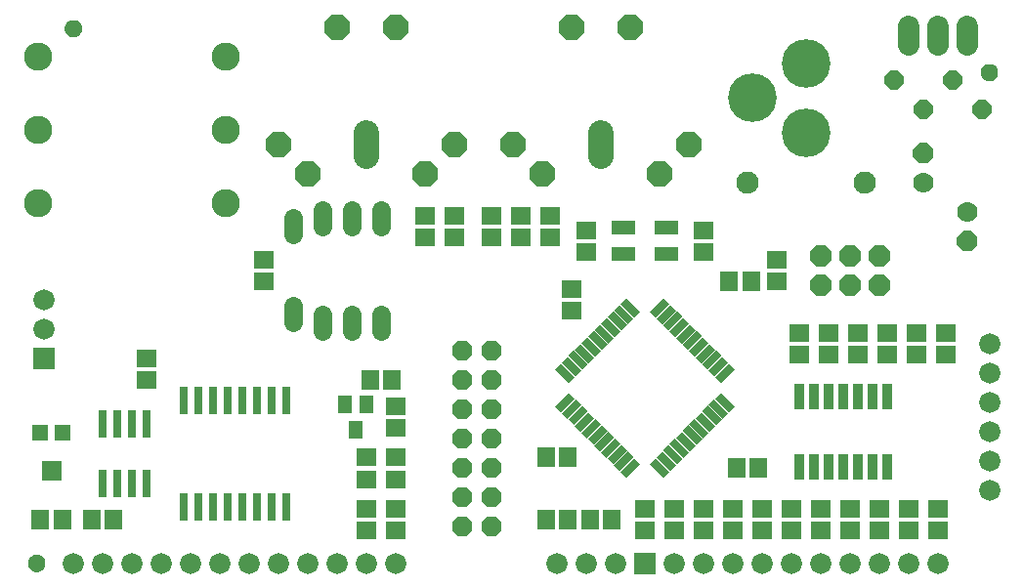
<source format=gts>
G75*
G70*
%OFA0B0*%
%FSLAX24Y24*%
%IPPOS*%
%LPD*%
%AMOC8*
5,1,8,0,0,1.08239X$1,22.5*
%
%ADD10C,0.0320*%
%ADD11R,0.0340X0.0880*%
%ADD12C,0.0720*%
%ADD13R,0.0710X0.0592*%
%ADD14R,0.0671X0.0592*%
%ADD15C,0.1660*%
%ADD16C,0.0720*%
%ADD17C,0.0760*%
%ADD18OC8,0.0700*%
%ADD19C,0.0700*%
%ADD20OC8,0.0640*%
%ADD21R,0.0592X0.0710*%
%ADD22C,0.0966*%
%ADD23R,0.0316X0.0946*%
%ADD24R,0.0720X0.0720*%
%ADD25C,0.0640*%
%ADD26C,0.0860*%
%ADD27OC8,0.0860*%
%ADD28R,0.0671X0.0277*%
%ADD29R,0.0277X0.0671*%
%ADD30OC8,0.0720*%
%ADD31R,0.0828X0.0513*%
%ADD32OC8,0.0680*%
%ADD33R,0.0592X0.0671*%
%ADD34R,0.0671X0.0710*%
%ADD35R,0.0552X0.0552*%
%ADD36R,0.0474X0.0631*%
D10*
X000959Y000940D02*
X000961Y000962D01*
X000967Y000983D01*
X000976Y001002D01*
X000988Y001020D01*
X001004Y001036D01*
X001021Y001048D01*
X001041Y001057D01*
X001062Y001063D01*
X001084Y001065D01*
X001106Y001063D01*
X001127Y001057D01*
X001146Y001048D01*
X001164Y001036D01*
X001180Y001020D01*
X001192Y001002D01*
X001201Y000983D01*
X001207Y000962D01*
X001209Y000940D01*
X001207Y000918D01*
X001201Y000897D01*
X001192Y000878D01*
X001180Y000860D01*
X001164Y000844D01*
X001147Y000832D01*
X001127Y000823D01*
X001106Y000817D01*
X001084Y000815D01*
X001062Y000817D01*
X001041Y000823D01*
X001021Y000832D01*
X001004Y000844D01*
X000988Y000860D01*
X000976Y000877D01*
X000967Y000897D01*
X000961Y000918D01*
X000959Y000940D01*
X002209Y019190D02*
X002211Y019212D01*
X002217Y019233D01*
X002226Y019252D01*
X002238Y019270D01*
X002254Y019286D01*
X002271Y019298D01*
X002291Y019307D01*
X002312Y019313D01*
X002334Y019315D01*
X002356Y019313D01*
X002377Y019307D01*
X002396Y019298D01*
X002414Y019286D01*
X002430Y019270D01*
X002442Y019252D01*
X002451Y019233D01*
X002457Y019212D01*
X002459Y019190D01*
X002457Y019168D01*
X002451Y019147D01*
X002442Y019128D01*
X002430Y019110D01*
X002414Y019094D01*
X002397Y019082D01*
X002377Y019073D01*
X002356Y019067D01*
X002334Y019065D01*
X002312Y019067D01*
X002291Y019073D01*
X002271Y019082D01*
X002254Y019094D01*
X002238Y019110D01*
X002226Y019127D01*
X002217Y019147D01*
X002211Y019168D01*
X002209Y019190D01*
X033459Y017690D02*
X033461Y017712D01*
X033467Y017733D01*
X033476Y017752D01*
X033488Y017770D01*
X033504Y017786D01*
X033521Y017798D01*
X033541Y017807D01*
X033562Y017813D01*
X033584Y017815D01*
X033606Y017813D01*
X033627Y017807D01*
X033646Y017798D01*
X033664Y017786D01*
X033680Y017770D01*
X033692Y017752D01*
X033701Y017733D01*
X033707Y017712D01*
X033709Y017690D01*
X033707Y017668D01*
X033701Y017647D01*
X033692Y017628D01*
X033680Y017610D01*
X033664Y017594D01*
X033647Y017582D01*
X033627Y017573D01*
X033606Y017567D01*
X033584Y017565D01*
X033562Y017567D01*
X033541Y017573D01*
X033521Y017582D01*
X033504Y017594D01*
X033488Y017610D01*
X033476Y017627D01*
X033467Y017647D01*
X033461Y017668D01*
X033459Y017690D01*
D11*
X030084Y006650D03*
X029584Y006650D03*
X029084Y006650D03*
X028584Y006650D03*
X028084Y006650D03*
X027584Y006650D03*
X027084Y006650D03*
X027084Y004230D03*
X027584Y004230D03*
X028084Y004230D03*
X028584Y004230D03*
X029084Y004230D03*
X029584Y004230D03*
X030084Y004230D03*
D12*
X033584Y004440D03*
X033584Y005440D03*
X033584Y006440D03*
X033584Y007440D03*
X033584Y008440D03*
X033584Y003440D03*
X031834Y000940D03*
X030834Y000940D03*
X029834Y000940D03*
X028834Y000940D03*
X027834Y000940D03*
X026834Y000940D03*
X025834Y000940D03*
X024834Y000940D03*
X023834Y000940D03*
X022834Y000940D03*
X020834Y000940D03*
X019834Y000940D03*
X018834Y000940D03*
X013334Y000940D03*
X012334Y000940D03*
X011334Y000940D03*
X010334Y000940D03*
X009334Y000940D03*
X008334Y000940D03*
X007334Y000940D03*
X006334Y000940D03*
X005334Y000940D03*
X004334Y000940D03*
X003334Y000940D03*
X002334Y000940D03*
X001334Y008940D03*
X001334Y009940D03*
D13*
X008834Y010566D03*
X008834Y011314D03*
X014334Y012066D03*
X015334Y012066D03*
X015334Y012814D03*
X014334Y012814D03*
X016584Y012814D03*
X017584Y012814D03*
X018584Y012814D03*
X018584Y012066D03*
X017584Y012066D03*
X016584Y012066D03*
X013334Y006314D03*
X013334Y005566D03*
X013334Y004564D03*
X012334Y004564D03*
X012334Y003816D03*
X013334Y003816D03*
X012334Y002814D03*
X012334Y002066D03*
X021834Y002066D03*
X022834Y002066D03*
X023834Y002066D03*
X024834Y002066D03*
X025834Y002066D03*
X026834Y002066D03*
X027834Y002066D03*
X028834Y002066D03*
X029834Y002066D03*
X030834Y002066D03*
X030834Y002814D03*
X029834Y002814D03*
X028834Y002814D03*
X027834Y002814D03*
X026834Y002814D03*
X025834Y002814D03*
X024834Y002814D03*
X023834Y002814D03*
X022834Y002814D03*
X021834Y002814D03*
X026334Y010566D03*
X026334Y011314D03*
D14*
X023834Y011566D03*
X023834Y012314D03*
X019834Y012314D03*
X019834Y011566D03*
X019334Y010314D03*
X019334Y009566D03*
X027084Y008814D03*
X027084Y008066D03*
X028084Y008066D03*
X028084Y008814D03*
X029084Y008814D03*
X029084Y008066D03*
X030084Y008066D03*
X030084Y008814D03*
X031084Y008814D03*
X032084Y008814D03*
X032084Y008066D03*
X031084Y008066D03*
X031834Y002814D03*
X031834Y002066D03*
X013334Y002066D03*
X013334Y002814D03*
X004834Y007191D03*
X004834Y007939D03*
D15*
X025483Y016827D03*
X027334Y015646D03*
X027334Y018008D03*
D16*
X030834Y018620D02*
X030834Y019260D01*
X031834Y019260D02*
X031834Y018620D01*
X032834Y018620D02*
X032834Y019260D01*
D17*
X029334Y013940D03*
X025334Y013940D03*
D18*
X031334Y014940D03*
X032834Y011940D03*
D19*
X032834Y012940D03*
X031334Y013940D03*
D20*
X031334Y016440D03*
X032334Y017440D03*
X033334Y016440D03*
X030334Y017440D03*
D21*
X013208Y007190D03*
X012460Y007190D03*
X019960Y002440D03*
X020708Y002440D03*
X003708Y002440D03*
X002960Y002440D03*
X001958Y002440D03*
X001210Y002440D03*
D22*
X001145Y013240D03*
X001145Y015740D03*
X001145Y018240D03*
X007523Y018240D03*
X007523Y015740D03*
X007523Y013240D03*
D23*
X007584Y006501D03*
X007084Y006501D03*
X006584Y006501D03*
X006084Y006501D03*
X004834Y005713D03*
X004334Y005713D03*
X003834Y005713D03*
X003334Y005713D03*
X003334Y003666D03*
X003834Y003666D03*
X004334Y003666D03*
X004834Y003666D03*
X006084Y002879D03*
X006584Y002879D03*
X007084Y002879D03*
X007584Y002879D03*
X008084Y002879D03*
X008584Y002879D03*
X009084Y002879D03*
X009584Y002879D03*
X009584Y006501D03*
X009084Y006501D03*
X008584Y006501D03*
X008084Y006501D03*
D24*
X001334Y007940D03*
X021834Y000940D03*
D25*
X012834Y008880D02*
X012834Y009440D01*
X011834Y009440D02*
X011834Y008880D01*
X010834Y008880D02*
X010834Y009440D01*
X009834Y009160D02*
X009834Y009720D01*
X009834Y012160D02*
X009834Y012720D01*
X010834Y012440D02*
X010834Y013000D01*
X011834Y013000D02*
X011834Y012440D01*
X012834Y012440D02*
X012834Y013000D01*
D26*
X012334Y014850D02*
X012334Y015630D01*
X020334Y015630D02*
X020334Y014850D01*
D27*
X018334Y014240D03*
X017334Y015240D03*
X015334Y015240D03*
X014334Y014240D03*
X010334Y014240D03*
X009334Y015240D03*
X011334Y019240D03*
X013334Y019240D03*
X019334Y019240D03*
X021334Y019240D03*
X023334Y015240D03*
X022334Y014240D03*
D28*
G36*
X022001Y009529D02*
X022474Y010002D01*
X022669Y009807D01*
X022196Y009334D01*
X022001Y009529D01*
G37*
G36*
X022223Y009306D02*
X022696Y009779D01*
X022891Y009584D01*
X022418Y009111D01*
X022223Y009306D01*
G37*
G36*
X022446Y009083D02*
X022919Y009556D01*
X023114Y009361D01*
X022641Y008888D01*
X022446Y009083D01*
G37*
G36*
X022669Y008861D02*
X023142Y009334D01*
X023337Y009139D01*
X022864Y008666D01*
X022669Y008861D01*
G37*
G36*
X022891Y008638D02*
X023364Y009111D01*
X023559Y008916D01*
X023086Y008443D01*
X022891Y008638D01*
G37*
G36*
X023114Y008415D02*
X023587Y008888D01*
X023782Y008693D01*
X023309Y008220D01*
X023114Y008415D01*
G37*
G36*
X023337Y008193D02*
X023810Y008666D01*
X024005Y008471D01*
X023532Y007998D01*
X023337Y008193D01*
G37*
G36*
X023560Y007970D02*
X024033Y008443D01*
X024228Y008248D01*
X023755Y007775D01*
X023560Y007970D01*
G37*
G36*
X023782Y007747D02*
X024255Y008220D01*
X024450Y008025D01*
X023977Y007552D01*
X023782Y007747D01*
G37*
G36*
X024005Y007524D02*
X024478Y007997D01*
X024673Y007802D01*
X024200Y007329D01*
X024005Y007524D01*
G37*
G36*
X024228Y007302D02*
X024701Y007775D01*
X024896Y007580D01*
X024423Y007107D01*
X024228Y007302D01*
G37*
G36*
X020330Y004741D02*
X020803Y005214D01*
X020998Y005019D01*
X020525Y004546D01*
X020330Y004741D01*
G37*
G36*
X020108Y004963D02*
X020581Y005436D01*
X020776Y005241D01*
X020303Y004768D01*
X020108Y004963D01*
G37*
G36*
X019885Y005186D02*
X020358Y005659D01*
X020553Y005464D01*
X020080Y004991D01*
X019885Y005186D01*
G37*
G36*
X019662Y005409D02*
X020135Y005882D01*
X020330Y005687D01*
X019857Y005214D01*
X019662Y005409D01*
G37*
G36*
X019439Y005631D02*
X019912Y006104D01*
X020107Y005909D01*
X019634Y005436D01*
X019439Y005631D01*
G37*
G36*
X019217Y005854D02*
X019690Y006327D01*
X019885Y006132D01*
X019412Y005659D01*
X019217Y005854D01*
G37*
G36*
X018994Y006077D02*
X019467Y006550D01*
X019662Y006355D01*
X019189Y005882D01*
X018994Y006077D01*
G37*
G36*
X018771Y006300D02*
X019244Y006773D01*
X019439Y006578D01*
X018966Y006105D01*
X018771Y006300D01*
G37*
G36*
X020553Y004518D02*
X021026Y004991D01*
X021221Y004796D01*
X020748Y004323D01*
X020553Y004518D01*
G37*
G36*
X020776Y004295D02*
X021249Y004768D01*
X021444Y004573D01*
X020971Y004100D01*
X020776Y004295D01*
G37*
G36*
X020998Y004072D02*
X021471Y004545D01*
X021666Y004350D01*
X021193Y003877D01*
X020998Y004072D01*
G37*
D29*
G36*
X022001Y004350D02*
X022196Y004545D01*
X022669Y004072D01*
X022474Y003877D01*
X022001Y004350D01*
G37*
G36*
X022223Y004573D02*
X022418Y004768D01*
X022891Y004295D01*
X022696Y004100D01*
X022223Y004573D01*
G37*
G36*
X022446Y004796D02*
X022641Y004991D01*
X023114Y004518D01*
X022919Y004323D01*
X022446Y004796D01*
G37*
G36*
X022669Y005019D02*
X022864Y005214D01*
X023337Y004741D01*
X023142Y004546D01*
X022669Y005019D01*
G37*
G36*
X022891Y005241D02*
X023086Y005436D01*
X023559Y004963D01*
X023364Y004768D01*
X022891Y005241D01*
G37*
G36*
X023114Y005464D02*
X023309Y005659D01*
X023782Y005186D01*
X023587Y004991D01*
X023114Y005464D01*
G37*
G36*
X023337Y005687D02*
X023532Y005882D01*
X024005Y005409D01*
X023810Y005214D01*
X023337Y005687D01*
G37*
G36*
X023560Y005909D02*
X023755Y006104D01*
X024228Y005631D01*
X024033Y005436D01*
X023560Y005909D01*
G37*
G36*
X023782Y006132D02*
X023977Y006327D01*
X024450Y005854D01*
X024255Y005659D01*
X023782Y006132D01*
G37*
G36*
X024005Y006355D02*
X024200Y006550D01*
X024673Y006077D01*
X024478Y005882D01*
X024005Y006355D01*
G37*
G36*
X024228Y006578D02*
X024423Y006773D01*
X024896Y006300D01*
X024701Y006105D01*
X024228Y006578D01*
G37*
G36*
X020330Y009139D02*
X020525Y009334D01*
X020998Y008861D01*
X020803Y008666D01*
X020330Y009139D01*
G37*
G36*
X020108Y008916D02*
X020303Y009111D01*
X020776Y008638D01*
X020581Y008443D01*
X020108Y008916D01*
G37*
G36*
X019885Y008693D02*
X020080Y008888D01*
X020553Y008415D01*
X020358Y008220D01*
X019885Y008693D01*
G37*
G36*
X019662Y008471D02*
X019857Y008666D01*
X020330Y008193D01*
X020135Y007998D01*
X019662Y008471D01*
G37*
G36*
X019439Y008248D02*
X019634Y008443D01*
X020107Y007970D01*
X019912Y007775D01*
X019439Y008248D01*
G37*
G36*
X019217Y008025D02*
X019412Y008220D01*
X019885Y007747D01*
X019690Y007552D01*
X019217Y008025D01*
G37*
G36*
X018994Y007802D02*
X019189Y007997D01*
X019662Y007524D01*
X019467Y007329D01*
X018994Y007802D01*
G37*
G36*
X018771Y007580D02*
X018966Y007775D01*
X019439Y007302D01*
X019244Y007107D01*
X018771Y007580D01*
G37*
G36*
X020553Y009361D02*
X020748Y009556D01*
X021221Y009083D01*
X021026Y008888D01*
X020553Y009361D01*
G37*
G36*
X020776Y009584D02*
X020971Y009779D01*
X021444Y009306D01*
X021249Y009111D01*
X020776Y009584D01*
G37*
G36*
X020998Y009807D02*
X021193Y010002D01*
X021666Y009529D01*
X021471Y009334D01*
X020998Y009807D01*
G37*
D30*
X027834Y010440D03*
X028834Y010440D03*
X029834Y010440D03*
X029834Y011440D03*
X028834Y011440D03*
X027834Y011440D03*
D31*
X022562Y011487D03*
X022562Y012392D03*
X021105Y012392D03*
X021105Y011487D03*
D32*
X016584Y008190D03*
X015584Y008190D03*
X015584Y007190D03*
X016584Y007190D03*
X016584Y006190D03*
X015584Y006190D03*
X015584Y005190D03*
X016584Y005190D03*
X016584Y004190D03*
X015584Y004190D03*
X015584Y003190D03*
X016584Y003190D03*
X016584Y002190D03*
X015584Y002190D03*
D33*
X018460Y002440D03*
X019208Y002440D03*
X019208Y004565D03*
X018460Y004565D03*
X024960Y004190D03*
X025708Y004190D03*
X025458Y010565D03*
X024710Y010565D03*
D34*
X001584Y004099D03*
D35*
X001977Y005408D03*
X001190Y005408D03*
D36*
X011585Y006373D03*
X012333Y006373D03*
X011959Y005507D03*
M02*

</source>
